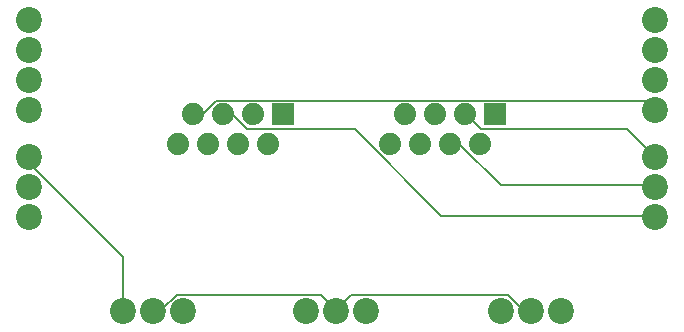
<source format=gbr>
G04 EAGLE Gerber RS-274X export*
G75*
%MOMM*%
%FSLAX34Y34*%
%LPD*%
%INBottom Copper*%
%IPPOS*%
%AMOC8*
5,1,8,0,0,1.08239X$1,22.5*%
G01*
%ADD10C,1.879600*%
%ADD11R,1.879600X1.879600*%
%ADD12C,2.200000*%
%ADD13C,0.152400*%


D10*
X305550Y801100D03*
X318250Y826500D03*
X330950Y801100D03*
X356350Y801100D03*
X381750Y801100D03*
X343650Y826500D03*
X369050Y826500D03*
D11*
X394450Y826500D03*
D12*
X180000Y740000D03*
X180000Y765400D03*
X180000Y790800D03*
X710000Y740000D03*
X710000Y765400D03*
X710000Y790800D03*
X180000Y830000D03*
X180000Y855400D03*
X180000Y880800D03*
X180000Y906200D03*
X710000Y830000D03*
X710000Y855400D03*
X710000Y880800D03*
X710000Y906200D03*
D10*
X485550Y801100D03*
X498250Y826500D03*
X510950Y801100D03*
X536350Y801100D03*
X561750Y801100D03*
X523650Y826500D03*
X549050Y826500D03*
D11*
X574450Y826500D03*
D12*
X465000Y660000D03*
X439600Y660000D03*
X414200Y660000D03*
X630000Y660000D03*
X604600Y660000D03*
X579200Y660000D03*
X310000Y660000D03*
X284600Y660000D03*
X259200Y660000D03*
D13*
X550164Y826008D02*
X562356Y813816D01*
X685800Y813816D01*
X708660Y790956D01*
X550164Y826008D02*
X549050Y826500D01*
X708660Y790956D02*
X710000Y790800D01*
X181356Y789432D02*
X181356Y783336D01*
X259080Y705612D01*
X259080Y661416D01*
X181356Y789432D02*
X180000Y790800D01*
X259080Y661416D02*
X259200Y660000D01*
X536448Y800100D02*
X545592Y800100D01*
X579120Y766572D01*
X708660Y766572D01*
X536448Y800100D02*
X536350Y801100D01*
X708660Y766572D02*
X710000Y765400D01*
X292608Y661416D02*
X284988Y661416D01*
X292608Y661416D02*
X304800Y673608D01*
X426720Y673608D01*
X438912Y661416D01*
X284988Y661416D02*
X284600Y660000D01*
X438912Y661416D02*
X439600Y660000D01*
X597408Y661416D02*
X603504Y661416D01*
X597408Y661416D02*
X585216Y673608D01*
X452628Y673608D01*
X440436Y661416D01*
X603504Y661416D02*
X604600Y660000D01*
X440436Y661416D02*
X439600Y660000D01*
X327660Y827532D02*
X318516Y827532D01*
X327660Y827532D02*
X338328Y838200D01*
X701040Y838200D01*
X708660Y830580D01*
X318516Y827532D02*
X318250Y826500D01*
X708660Y830580D02*
X710000Y830000D01*
X352044Y826008D02*
X344424Y826008D01*
X352044Y826008D02*
X364236Y813816D01*
X455676Y813816D01*
X528828Y740664D01*
X708660Y740664D01*
X344424Y826008D02*
X343650Y826500D01*
X708660Y740664D02*
X710000Y740000D01*
M02*

</source>
